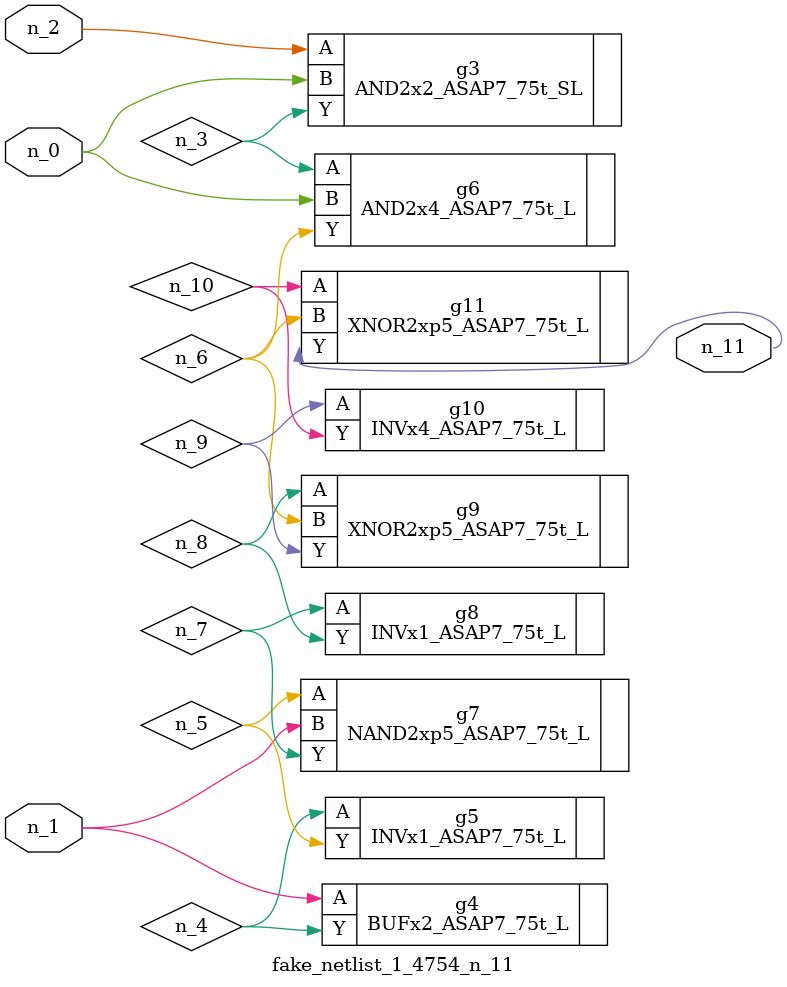
<source format=v>
module fake_netlist_1_4754_n_11 (n_1, n_2, n_0, n_11);
input n_1;
input n_2;
input n_0;
output n_11;
wire n_6;
wire n_4;
wire n_3;
wire n_9;
wire n_5;
wire n_7;
wire n_10;
wire n_8;
AND2x2_ASAP7_75t_SL g3 ( .A(n_2), .B(n_0), .Y(n_3) );
BUFx2_ASAP7_75t_L g4 ( .A(n_1), .Y(n_4) );
INVx1_ASAP7_75t_L g5 ( .A(n_4), .Y(n_5) );
AND2x4_ASAP7_75t_L g6 ( .A(n_3), .B(n_0), .Y(n_6) );
NAND2xp5_ASAP7_75t_L g7 ( .A(n_5), .B(n_1), .Y(n_7) );
INVx1_ASAP7_75t_L g8 ( .A(n_7), .Y(n_8) );
XNOR2xp5_ASAP7_75t_L g9 ( .A(n_8), .B(n_6), .Y(n_9) );
INVx4_ASAP7_75t_L g10 ( .A(n_9), .Y(n_10) );
XNOR2xp5_ASAP7_75t_L g11 ( .A(n_10), .B(n_6), .Y(n_11) );
endmodule
</source>
